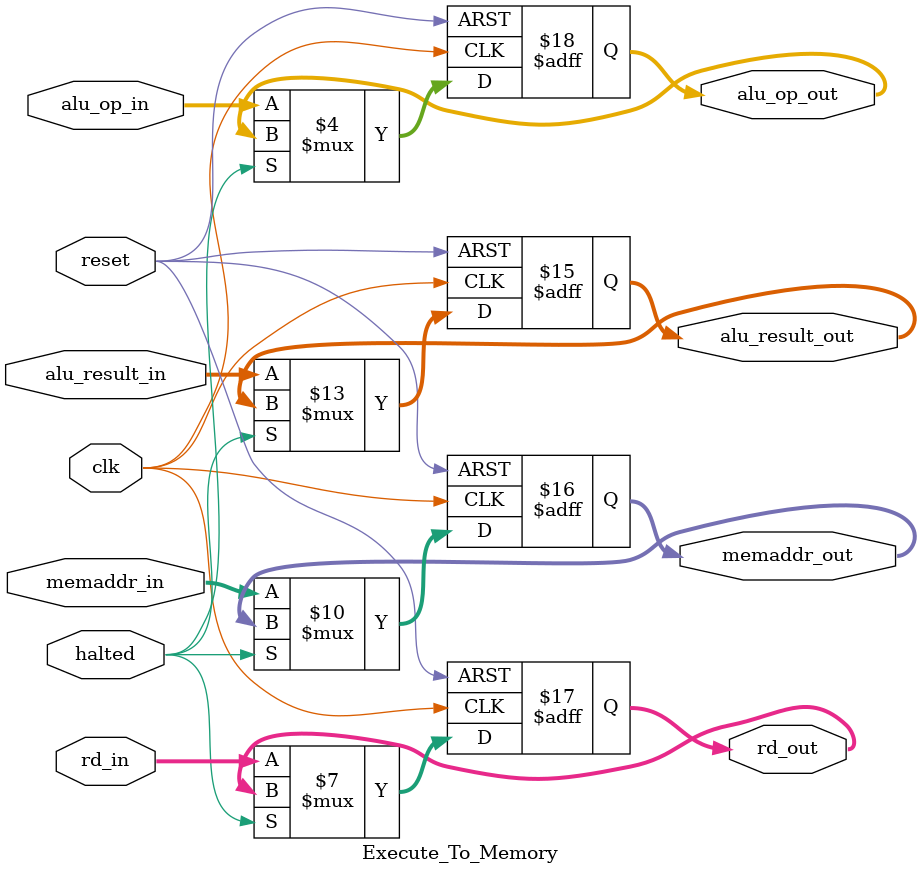
<source format=sv>
/*
Written by Chris Junior Tchapmou
January 5 2026
*/

module Execute_To_Memory(
    input logic clk,
    input logic reset,
    input logic halted,
    input logic [31:0] alu_result_in,
    input logic [16:0] memaddr_in,
    input logic [4:0] rd_in,
    input logic [4:0] alu_op_in,
    output logic [31:0] alu_result_out,
    output logic [16:0] memaddr_out,
    output logic [4:0] rd_out,
    output logic [4:0] alu_op_out
);
    always_ff @(posedge clk, posedge reset) begin
        if (reset) begin
            alu_result_out <= 32'b0;
            memaddr_out <= 17'b0;
            rd_out <= 5'b0;
            alu_op_out <= 5'b0;
        end else if (!halted) begin
            alu_result_out <= alu_result_in;
            memaddr_out <= memaddr_in;
            rd_out <= rd_in;
            alu_op_out <= alu_op_in;
        end else begin
            alu_result_out <= alu_result_out;
            memaddr_out <= memaddr_out;
            rd_out <= rd_out;
            alu_op_out <= alu_op_out;
        end

    end
endmodule
</source>
